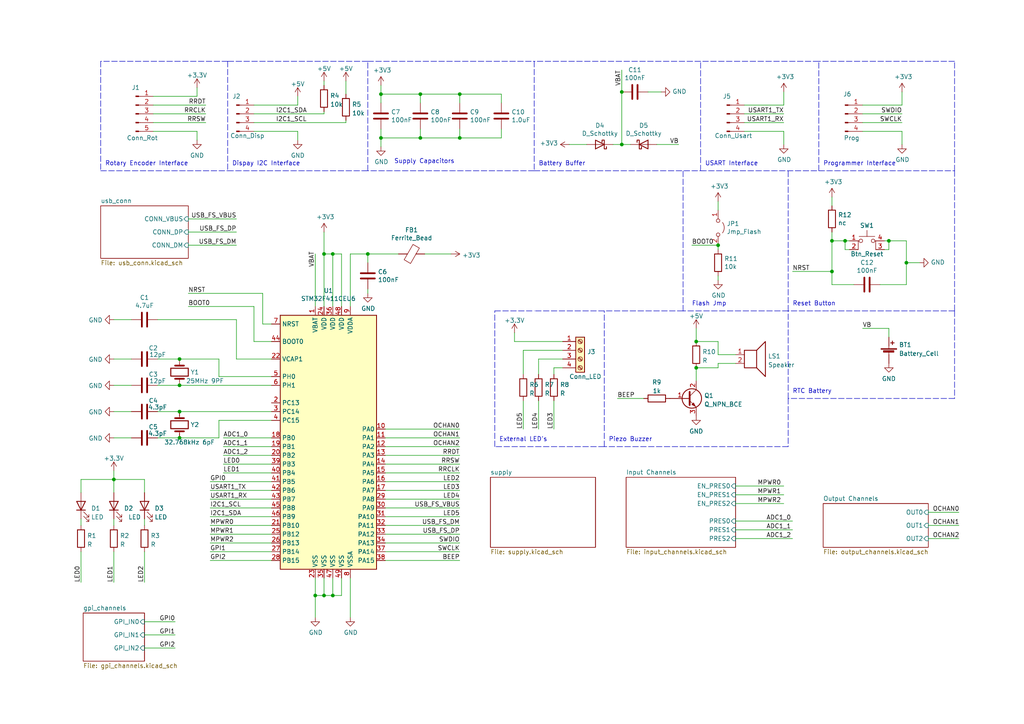
<source format=kicad_sch>
(kicad_sch (version 20211123) (generator eeschema)
  (paper "A4")
  (title_block (title "FloatPUMP Schematics") (date "2022-11-11") (rev "1.0") (company "robtor.de") (comment 1 "Controller board for up to 3 water pumps") (comment 2 "measuring capabilities with piezoresistive pressure sensors") (comment 3 "sensor input Range 4mA-20mA"))
  (lib_symbols
    (symbol "Connector:Conn_01x04_Male" (pin_names (offset 1.016) hide)
      (property "Reference" "J" (at 0 5.08 0))
      (property "Value" "Conn_01x04_Male" (at 0 -7.62 0))
      (symbol "Conn_01x04_Male_1_1"
        (polyline (pts (xy 1.27 -5.08) (xy 0.8636 -5.08)) (stroke (width 0.1524)))
        (polyline (pts (xy 1.27 -2.54) (xy 0.8636 -2.54)) (stroke (width 0.1524)))
        (polyline (pts (xy 1.27 0) (xy 0.8636 0)) (stroke (width 0.1524)))
        (polyline (pts (xy 1.27 2.54) (xy 0.8636 2.54)) (stroke (width 0.1524)))
        (rectangle (start 0.8636 -4.953) (end 0 -5.207) (stroke (width 0.1524)) (fill (type outline)))
        (rectangle (start 0.8636 -2.413) (end 0 -2.667) (stroke (width 0.1524)) (fill (type outline)))
        (rectangle (start 0.8636 0.127) (end 0 -0.127) (stroke (width 0.1524)) (fill (type outline)))
        (rectangle (start 0.8636 2.667) (end 0 2.413) (stroke (width 0.1524)) (fill (type outline)))
        (pin passive line (at 5.08 2.54 180) (length 3.81) (name "Pin_1") (number "1"))
        (pin passive line (at 5.08 0 180) (length 3.81) (name "Pin_2") (number "2"))
        (pin passive line (at 5.08 -2.54 180) (length 3.81) (name "Pin_3") (number "3"))
        (pin passive line (at 5.08 -5.08 180) (length 3.81) (name "Pin_4") (number "4"))
      )
    )
    (symbol "Connector:Conn_01x05_Male" (pin_names (offset 1.016) hide)
      (property "Reference" "J" (at 0 7.62 0))
      (property "Value" "Conn_01x05_Male" (at 0 -7.62 0))
      (symbol "Conn_01x05_Male_1_1"
        (polyline (pts (xy 1.27 -5.08) (xy 0.8636 -5.08)) (stroke (width 0.1524)))
        (polyline (pts (xy 1.27 -2.54) (xy 0.8636 -2.54)) (stroke (width 0.1524)))
        (polyline (pts (xy 1.27 0) (xy 0.8636 0)) (stroke (width 0.1524)))
        (polyline (pts (xy 1.27 2.54) (xy 0.8636 2.54)) (stroke (width 0.1524)))
        (polyline (pts (xy 1.27 5.08) (xy 0.8636 5.08)) (stroke (width 0.1524)))
        (rectangle (start 0.8636 -4.953) (end 0 -5.207) (stroke (width 0.1524)) (fill (type outline)))
        (rectangle (start 0.8636 -2.413) (end 0 -2.667) (stroke (width 0.1524)) (fill (type outline)))
        (rectangle (start 0.8636 0.127) (end 0 -0.127) (stroke (width 0.1524)) (fill (type outline)))
        (rectangle (start 0.8636 2.667) (end 0 2.413) (stroke (width 0.1524)) (fill (type outline)))
        (rectangle (start 0.8636 5.207) (end 0 4.953) (stroke (width 0.1524)) (fill (type outline)))
        (pin passive line (at 5.08 5.08 180) (length 3.81) (name "Pin_1") (number "1"))
        (pin passive line (at 5.08 2.54 180) (length 3.81) (name "Pin_2") (number "2"))
        (pin passive line (at 5.08 0 180) (length 3.81) (name "Pin_3") (number "3"))
        (pin passive line (at 5.08 -2.54 180) (length 3.81) (name "Pin_4") (number "4"))
        (pin passive line (at 5.08 -5.08 180) (length 3.81) (name "Pin_5") (number "5"))
      )
    )
    (symbol "Connector:Screw_Terminal_01x04" (pin_names (offset 1.016) hide)
      (property "Reference" "J" (at 0 5.08 0))
      (property "Value" "Screw_Terminal_01x04" (at 0 -7.62 0))
      (symbol "Screw_Terminal_01x04_1_1"
        (rectangle (start -1.27 3.81) (end 1.27 -6.35) (stroke (width 0.254)) (fill (type background)))
        (circle (center 0 -5.08) (radius 0.635) (stroke (width 0.1524)))
        (circle (center 0 -2.54) (radius 0.635) (stroke (width 0.1524)))
        (polyline (pts (xy -0.5334 -4.7498) (xy 0.3302 -5.588)) (stroke (width 0.1524)))
        (polyline (pts (xy -0.5334 -2.2098) (xy 0.3302 -3.048)) (stroke (width 0.1524)))
        (polyline (pts (xy -0.5334 0.3302) (xy 0.3302 -0.508)) (stroke (width 0.1524)))
        (polyline (pts (xy -0.5334 2.8702) (xy 0.3302 2.032)) (stroke (width 0.1524)))
        (polyline (pts (xy -0.3556 -4.572) (xy 0.508 -5.4102)) (stroke (width 0.1524)))
        (polyline (pts (xy -0.3556 -2.032) (xy 0.508 -2.8702)) (stroke (width 0.1524)))
        (polyline (pts (xy -0.3556 0.508) (xy 0.508 -0.3302)) (stroke (width 0.1524)))
        (polyline (pts (xy -0.3556 3.048) (xy 0.508 2.2098)) (stroke (width 0.1524)))
        (circle (center 0 0) (radius 0.635) (stroke (width 0.1524)))
        (circle (center 0 2.54) (radius 0.635) (stroke (width 0.1524)))
        (pin passive line (at -5.08 2.54 0) (length 3.81) (name "Pin_1") (number "1"))
        (pin passive line (at -5.08 0 0) (length 3.81) (name "Pin_2") (number "2"))
        (pin passive line (at -5.08 -2.54 0) (length 3.81) (name "Pin_3") (number "3"))
        (pin passive line (at -5.08 -5.08 0) (length 3.81) (name "Pin_4") (number "4"))
      )
    )
    (symbol "Device:Battery_Cell" (pin_numbers hide) (pin_names (offset 0) hide)
      (property "Reference" "BT" (at 2.54 2.54 0))
      (property "Value" "Battery_Cell" (at 2.54 0 0))
      (symbol "Battery_Cell_0_1"
        (rectangle (start -2.286 1.778) (end 2.286 1.524) (fill (type outline)))
        (rectangle (start -1.5748 1.1938) (end 1.4732 0.6858) (fill (type outline)))
        (polyline (pts (xy 0 0.762) (xy 0 0)))
        (polyline (pts (xy 0 1.778) (xy 0 2.54)))
        (polyline (pts (xy 0.508 3.429) (xy 1.524 3.429)) (stroke (width 0.254)))
        (polyline (pts (xy 1.016 3.937) (xy 1.016 2.921)) (stroke (width 0.254)))
      )
      (symbol "Battery_Cell_1_1"
        (pin passive line (at 0 5.08 270) (length 2.54) (name "+") (number "1"))
        (pin passive line (at 0 -2.54 90) (length 2.54) (name "-") (number "2"))
      )
    )
    (symbol "Device:C" (pin_numbers hide) (pin_names (offset 0.254))
      (property "Reference" "C" (at 0.635 2.54 0))
      (property "Value" "C" (at 0.635 -2.54 0))
      (symbol "C_0_1"
        (polyline (pts (xy -2.032 -0.762) (xy 2.032 -0.762)) (stroke (width 0.508)))
        (polyline (pts (xy -2.032 0.762) (xy 2.032 0.762)) (stroke (width 0.508)))
      )
      (symbol "C_1_1"
        (pin passive line (at 0 3.81 270) (length 2.794) (name "~") (number "1"))
        (pin passive line (at 0 -3.81 90) (length 2.794) (name "~") (number "2"))
      )
    )
    (symbol "Device:Crystal" (pin_numbers hide) (pin_names (offset 1.016) hide)
      (property "Reference" "Y" (at 0 3.81 0))
      (property "Value" "Crystal" (at 0 -3.81 0))
      (symbol "Crystal_0_1"
        (rectangle (start -1.143 2.54) (end 1.143 -2.54) (stroke (width 0.3048)))
        (polyline (pts (xy -2.54 0) (xy -1.905 0)))
        (polyline (pts (xy -1.905 -1.27) (xy -1.905 1.27)) (stroke (width 0.508)))
        (polyline (pts (xy 1.905 -1.27) (xy 1.905 1.27)) (stroke (width 0.508)))
        (polyline (pts (xy 2.54 0) (xy 1.905 0)))
      )
      (symbol "Crystal_1_1"
        (pin passive line (at -3.81 0 0) (length 1.27) (name "1") (number "1"))
        (pin passive line (at 3.81 0 180) (length 1.27) (name "2") (number "2"))
      )
    )
    (symbol "Device:D_Schottky" (pin_numbers hide) (pin_names (offset 1.016) hide)
      (property "Reference" "D" (at 0 2.54 0))
      (property "Value" "D_Schottky" (at 0 -2.54 0))
      (symbol "D_Schottky_0_1"
        (polyline (pts (xy 1.27 0) (xy -1.27 0)))
        (polyline (pts (xy 1.27 1.27) (xy 1.27 -1.27) (xy -1.27 0) (xy 1.27 1.27)) (stroke (width 0.254)))
        (polyline (pts (xy -1.905 0.635) (xy -1.905 1.27) (xy -1.27 1.27) (xy -1.27 -1.27) (xy -0.635 -1.27) (xy -0.635 -0.635)) (stroke (width 0.254)))
      )
      (symbol "D_Schottky_1_1"
        (pin passive line (at -3.81 0 0) (length 2.54) (name "K") (number "1"))
        (pin passive line (at 3.81 0 180) (length 2.54) (name "A") (number "2"))
      )
    )
    (symbol "Device:LED" (pin_numbers hide) (pin_names (offset 1.016) hide)
      (property "Reference" "D" (at 0 2.54 0))
      (property "Value" "LED" (at 0 -2.54 0))
      (symbol "LED_0_1"
        (polyline (pts (xy -1.27 -1.27) (xy -1.27 1.27)) (stroke (width 0.254)))
        (polyline (pts (xy -1.27 0) (xy 1.27 0)))
        (polyline (pts (xy 1.27 -1.27) (xy 1.27 1.27) (xy -1.27 0) (xy 1.27 -1.27)) (stroke (width 0.254)))
        (polyline (pts (xy -3.048 -0.762) (xy -4.572 -2.286) (xy -3.81 -2.286) (xy -4.572 -2.286) (xy -4.572 -1.524)))
        (polyline (pts (xy -1.778 -0.762) (xy -3.302 -2.286) (xy -2.54 -2.286) (xy -3.302 -2.286) (xy -3.302 -1.524)))
      )
      (symbol "LED_1_1"
        (pin passive line (at -3.81 0 0) (length 2.54) (name "K") (number "1"))
        (pin passive line (at 3.81 0 180) (length 2.54) (name "A") (number "2"))
      )
    )
    (symbol "Device:Q_NPN_BCE" (pin_names (offset 0) hide)
      (property "Reference" "Q" (at 5.08 1.27 0))
      (property "Value" "Q_NPN_BCE" (at 5.08 -1.27 0))
      (symbol "Q_NPN_BCE_0_1"
        (polyline (pts (xy 0.635 0.635) (xy 2.54 2.54)))
        (polyline (pts (xy 0.635 -0.635) (xy 2.54 -2.54) (xy 2.54 -2.54)))
        (polyline (pts (xy 0.635 1.905) (xy 0.635 -1.905) (xy 0.635 -1.905)) (stroke (width 0.508)))
        (polyline (pts (xy 1.27 -1.778) (xy 1.778 -1.27) (xy 2.286 -2.286) (xy 1.27 -1.778) (xy 1.27 -1.778)) (fill (type outline)))
        (circle (center 1.27 0) (radius 2.8194) (stroke (width 0.254)))
      )
      (symbol "Q_NPN_BCE_1_1"
        (pin input line (at -5.08 0 0) (length 5.715) (name "B") (number "1"))
        (pin passive line (at 2.54 5.08 270) (length 2.54) (name "C") (number "2"))
        (pin passive line (at 2.54 -5.08 90) (length 2.54) (name "E") (number "3"))
      )
    )
    (symbol "Device:R" (pin_numbers hide) (pin_names (offset 0))
      (property "Reference" "R" (at 2.032 0 90))
      (property "Value" "R" (at 0 0 90))
      (symbol "R_0_1"
        (rectangle (start -1.016 -2.54) (end 1.016 2.54) (stroke (width 0.254)))
      )
      (symbol "R_1_1"
        (pin passive line (at 0 3.81 270) (length 1.27) (name "~") (number "1"))
        (pin passive line (at 0 -3.81 90) (length 1.27) (name "~") (number "2"))
      )
    )
    (symbol "Device:Speaker" (pin_names (offset 0) hide)
      (property "Reference" "LS" (at 1.27 5.715 0))
      (property "Value" "Speaker" (at 1.27 3.81 0))
      (symbol "Speaker_0_0"
        (rectangle (start -2.54 1.27) (end 1.016 -3.81) (stroke (width 0.254)))
        (polyline (pts (xy 1.016 1.27) (xy 3.556 3.81) (xy 3.556 -6.35) (xy 1.016 -3.81)) (stroke (width 0.254)))
      )
      (symbol "Speaker_1_1"
        (pin input line (at -5.08 0 0) (length 2.54) (name "1") (number "1"))
        (pin input line (at -5.08 -2.54 0) (length 2.54) (name "2") (number "2"))
      )
    )
    (symbol "FloatPUMP-rescue:+3.3V-power" (power) (pin_names (offset 0))
      (property "Value" "+3.3V-power" (at 0 3.556 0))
      (symbol "+3.3V-power_0_1"
        (polyline (pts (xy -0.762 1.27) (xy 0 2.54)))
        (polyline (pts (xy 0 0) (xy 0 2.54)))
        (polyline (pts (xy 0 2.54) (xy 0.762 1.27)))
      )
      (symbol "+3.3V-power_1_1"
        (pin power_in line (at 0 0 90) (length 0) hide (name "+3V3") (number "1"))
      )
    )
    (symbol "FloatPUMP-rescue:Ferrite_Bead-Device" (pin_numbers hide) (pin_names (offset 0))
      (property "Reference" "FB" (at -3.81 0.635 90))
      (property "Value" "Ferrite_Bead-Device" (at 3.81 0 90))
      (symbol "Ferrite_Bead-Device_0_1"
        (polyline (pts (xy 0 -1.27) (xy 0 -1.2192)))
        (polyline (pts (xy 0 1.27) (xy 0 1.2954)))
        (polyline (pts (xy -2.7686 0.4064) (xy -1.7018 2.2606) (xy 2.7686 -0.3048) (xy 1.6764 -2.159) (xy -2.7686 0.4064)))
      )
      (symbol "Ferrite_Bead-Device_1_1"
        (pin passive line (at 0 3.81 270) (length 2.54) (name "~") (number "1"))
        (pin passive line (at 0 -3.81 90) (length 2.54) (name "~") (number "2"))
      )
    )
    (symbol "Jumper:Jumper_2_Open" (pin_names (offset 0) hide)
      (property "Reference" "JP" (at 0 2.794 0))
      (property "Value" "Jumper_2_Open" (at 0 -2.286 0))
      (symbol "Jumper_2_Open_0_0"
        (circle (center -2.032 0) (radius 0.508))
        (circle (center 2.032 0) (radius 0.508))
      )
      (symbol "Jumper_2_Open_0_1"
        (arc (start 1.524 1.27) (mid 0 1.778) (end -1.524 1.27))
      )
      (symbol "Jumper_2_Open_1_1"
        (pin passive line (at -5.08 0 0) (length 2.54) (name "A") (number "1"))
        (pin passive line (at 5.08 0 180) (length 2.54) (name "B") (number "2"))
      )
    )
    (symbol "MCU_ST_STM32F4:STM32F411CEUx"
      (property "Reference" "U" (at -15.24 36.83 0))
      (property "Value" "STM32F411CEUx" (at 7.62 36.83 0))
      (symbol "STM32F411CEUx_0_1"
        (rectangle (start -15.24 -38.1) (end 12.7 35.56) (stroke (width 0.254)) (fill (type background)))
      )
      (symbol "STM32F411CEUx_1_1"
        (pin power_in line (at -5.08 38.1 270) (length 2.54) (name "VBAT") (number "1"))
        (pin bidirectional line (at 15.24 2.54 180) (length 2.54) (name "PA0") (number "10"))
        (pin bidirectional line (at 15.24 0 180) (length 2.54) (name "PA1") (number "11"))
        (pin bidirectional line (at 15.24 -2.54 180) (length 2.54) (name "PA2") (number "12"))
        (pin bidirectional line (at 15.24 -5.08 180) (length 2.54) (name "PA3") (number "13"))
        (pin bidirectional line (at 15.24 -7.62 180) (length 2.54) (name "PA4") (number "14"))
        (pin bidirectional line (at 15.24 -10.16 180) (length 2.54) (name "PA5") (number "15"))
        (pin bidirectional line (at 15.24 -12.7 180) (length 2.54) (name "PA6") (number "16"))
        (pin bidirectional line (at 15.24 -15.24 180) (length 2.54) (name "PA7") (number "17"))
        (pin bidirectional line (at -17.78 0 0) (length 2.54) (name "PB0") (number "18"))
        (pin bidirectional line (at -17.78 -2.54 0) (length 2.54) (name "PB1") (number "19"))
        (pin bidirectional line (at -17.78 10.16 0) (length 2.54) (name "PC13") (number "2"))
        (pin bidirectional line (at -17.78 -5.08 0) (length 2.54) (name "PB2") (number "20"))
        (pin bidirectional line (at -17.78 -25.4 0) (length 2.54) (name "PB10") (number "21"))
        (pin power_in line (at -17.78 22.86 0) (length 2.54) (name "VCAP1") (number "22"))
        (pin power_in line (at -5.08 -40.64 90) (length 2.54) (name "VSS") (number "23"))
        (pin power_in line (at -2.54 38.1 270) (length 2.54) (name "VDD") (number "24"))
        (pin bidirectional line (at -17.78 -27.94 0) (length 2.54) (name "PB12") (number "25"))
        (pin bidirectional line (at -17.78 -30.48 0) (length 2.54) (name "PB13") (number "26"))
        (pin bidirectional line (at -17.78 -33.02 0) (length 2.54) (name "PB14") (number "27"))
        (pin bidirectional line (at -17.78 -35.56 0) (length 2.54) (name "PB15") (number "28"))
        (pin bidirectional line (at 15.24 -17.78 180) (length 2.54) (name "PA8") (number "29"))
        (pin bidirectional line (at -17.78 7.62 0) (length 2.54) (name "PC14") (number "3"))
        (pin bidirectional line (at 15.24 -20.32 180) (length 2.54) (name "PA9") (number "30"))
        (pin bidirectional line (at 15.24 -22.86 180) (length 2.54) (name "PA10") (number "31"))
        (pin bidirectional line (at 15.24 -25.4 180) (length 2.54) (name "PA11") (number "32"))
        (pin bidirectional line (at 15.24 -27.94 180) (length 2.54) (name "PA12") (number "33"))
        (pin bidirectional line (at 15.24 -30.48 180) (length 2.54) (name "PA13") (number "34"))
        (pin power_in line (at -2.54 -40.64 90) (length 2.54) (name "VSS") (number "35"))
        (pin power_in line (at 0 38.1 270) (length 2.54) (name "VDD") (number "36"))
        (pin bidirectional line (at 15.24 -33.02 180) (length 2.54) (name "PA14") (number "37"))
        (pin bidirectional line (at 15.24 -35.56 180) (length 2.54) (name "PA15") (number "38"))
        (pin bidirectional line (at -17.78 -7.62 0) (length 2.54) (name "PB3") (number "39"))
        (pin bidirectional line (at -17.78 5.08 0) (length 2.54) (name "PC15") (number "4"))
        (pin bidirectional line (at -17.78 -10.16 0) (length 2.54) (name "PB4") (number "40"))
        (pin bidirectional line (at -17.78 -12.7 0) (length 2.54) (name "PB5") (number "41"))
        (pin bidirectional line (at -17.78 -15.24 0) (length 2.54) (name "PB6") (number "42"))
        (pin bidirectional line (at -17.78 -17.78 0) (length 2.54) (name "PB7") (number "43"))
        (pin input line (at -17.78 27.94 0) (length 2.54) (name "BOOT0") (number "44"))
        (pin bidirectional line (at -17.78 -20.32 0) (length 2.54) (name "PB8") (number "45"))
        (pin bidirectional line (at -17.78 -22.86 0) (length 2.54) (name "PB9") (number "46"))
        (pin power_in line (at 0 -40.64 90) (length 2.54) (name "VSS") (number "47"))
        (pin power_in line (at 2.54 38.1 270) (length 2.54) (name "VDD") (number "48"))
        (pin power_in line (at 2.54 -40.64 90) (length 2.54) (name "VSS") (number "49"))
        (pin input line (at -17.78 17.78 0) (length 2.54) (name "PH0") (number "5"))
        (pin input line (at -17.78 15.24 0) (length 2.54) (name "PH1") (number "6"))
        (pin input line (at -17.78 33.02 0) (length 2.54) (name "NRST") (number "7"))
        (pin power_in line (at 5.08 -40.64 90) (length 2.54) (name "VSSA") (number "8"))
        (pin power_in line (at 5.08 38.1 270) (length 2.54) (name "VDDA") (number "9"))
      )
    )
    (symbol "Switch:SW_MEC_5E" (pin_names (offset 1.016) hide)
      (property "Reference" "SW" (at 0.635 5.715 0))
      (property "Value" "SW_MEC_5E" (at 0 -3.175 0))
      (symbol "SW_MEC_5E_0_1"
        (circle (center -1.778 2.54) (radius 0.508))
        (polyline (pts (xy -2.286 3.81) (xy 2.286 3.81)))
        (polyline (pts (xy 0 3.81) (xy 0 5.588)))
        (polyline (pts (xy -2.54 0) (xy -2.54 2.54) (xy -2.286 2.54)))
        (polyline (pts (xy 2.54 0) (xy 2.54 2.54) (xy 2.286 2.54)))
        (circle (center 1.778 2.54) (radius 0.508))
        (pin passive line (at -5.08 2.54 0) (length 2.54) (name "1") (number "1"))
        (pin passive line (at -5.08 0 0) (length 2.54) (name "2") (number "2"))
        (pin passive line (at 5.08 0 180) (length 2.54) (name "K") (number "3"))
        (pin passive line (at 5.08 2.54 180) (length 2.54) (name "A") (number "4"))
      )
    )
    (symbol "power:+3.3V" (power) (pin_names (offset 0))
      (property "Value" "+3.3V" (at 0 3.556 0))
      (symbol "+3.3V_0_1"
        (polyline (pts (xy -0.762 1.27) (xy 0 2.54)))
        (polyline (pts (xy 0 0) (xy 0 2.54)))
        (polyline (pts (xy 0 2.54) (xy 0.762 1.27)))
      )
      (symbol "+3.3V_1_1"
        (pin power_in line (at 0 0 90) (length 0) hide (name "+3.3V") (number "1"))
      )
    )
    (symbol "power:+5V" (power) (pin_names (offset 0))
      (property "Value" "+5V" (at 0 3.556 0))
      (symbol "+5V_0_1"
        (polyline (pts (xy -0.762 1.27) (xy 0 2.54)))
        (polyline (pts (xy 0 0) (xy 0 2.54)))
        (polyline (pts (xy 0 2.54) (xy 0.762 1.27)))
      )
      (symbol "+5V_1_1"
        (pin power_in line (at 0 0 90) (length 0) hide (name "+5V") (number "1"))
      )
    )
    (symbol "power:GND" (power) (pin_names (offset 0))
      (property "Value" "GND" (at 0 -3.81 0))
      (symbol "GND_0_1"
        (polyline (pts (xy 0 0) (xy 0 -1.27) (xy 1.27 -1.27) (xy 0 -2.54) (xy -1.27 -1.27) (xy 0 -1.27)))
      )
      (symbol "GND_1_1"
        (pin power_in line (at 0 0 270) (length 0) hide (name "GND") (number "1"))
      )
    )
  )
  (junction (at 91.44 172.72))
  (junction (at 96.52 73.66))
  (junction (at 133.35 27.305))
  (junction (at 121.92 40.005))
  (junction (at 121.92 27.305))
  (junction (at 96.52 172.72))
  (junction (at 52.07 127))
  (junction (at 110.49 40.005))
  (junction (at 241.3 78.74))
  (junction (at 180.34 41.91))
  (junction (at 262.89 76.2))
  (junction (at 133.35 40.005))
  (junction (at 52.07 104.14))
  (junction (at 257.81 69.85))
  (junction (at 52.07 119.38))
  (junction (at 33.02 139.065))
  (junction (at 52.07 111.76))
  (junction (at 245.11 69.85))
  (junction (at 201.93 106.68))
  (junction (at 180.34 26.67))
  (junction (at 106.68 73.66))
  (junction (at 208.28 71.12))
  (junction (at 110.49 27.305))
  (junction (at 93.98 73.66))
  (junction (at 201.93 99.06))
  (junction (at 93.98 172.72))
  (junction (at 241.3 69.85))
  (wire (pts (xy 64.77 129.54) (xy 78.74 129.54)))
  (polyline (pts (xy 175.26 129.54) (xy 175.26 90.17)))
  (wire (pts (xy 38.1 119.38) (xy 33.02 119.38)))
  (wire (pts (xy 73.66 99.06) (xy 73.66 88.9)))
  (wire (pts (xy 255.27 82.55) (xy 262.89 82.55)))
  (wire (pts (xy 99.06 73.66) (xy 96.52 73.66)))
  (wire (pts (xy 121.92 27.305) (xy 121.92 29.845)))
  (wire (pts (xy 110.49 27.305) (xy 110.49 29.845)))
  (wire (pts (xy 93.98 33.02) (xy 93.98 32.385)))
  (wire (pts (xy 52.07 104.14) (xy 45.72 104.14)))
  (wire (pts (xy 78.74 119.38) (xy 52.07 119.38)))
  (wire (pts (xy 149.225 99.06) (xy 163.195 99.06)))
  (polyline (pts (xy 106.68 49.53) (xy 106.68 17.78)))
  (wire (pts (xy 78.74 132.08) (xy 64.77 132.08)))
  (wire (pts (xy 93.98 172.72) (xy 91.44 172.72)))
  (polyline (pts (xy 228.6 115.57) (xy 228.6 129.54)))
  (polyline (pts (xy 228.6 90.17) (xy 198.12 90.17)))
  (wire (pts (xy 60.96 149.86) (xy 78.74 149.86)))
  (wire (pts (xy 106.68 83.82) (xy 106.68 85.09)))
  (wire (pts (xy 41.91 142.875) (xy 41.91 139.065)))
  (wire (pts (xy 208.28 80.01) (xy 208.28 81.28)))
  (wire (pts (xy 111.76 127) (xy 133.35 127)))
  (wire (pts (xy 111.76 157.48) (xy 133.35 157.48)))
  (wire (pts (xy 100.33 23.495) (xy 100.33 27.305)))
  (wire (pts (xy 215.9 35.56) (xy 227.33 35.56)))
  (wire (pts (xy 241.3 69.85) (xy 241.3 78.74)))
  (wire (pts (xy 96.52 167.64) (xy 96.52 172.72)))
  (wire (pts (xy 241.3 78.74) (xy 229.87 78.74)))
  (wire (pts (xy 208.28 99.06) (xy 208.28 102.87)))
  (wire (pts (xy 163.195 101.6) (xy 151.765 101.6)))
  (wire (pts (xy 133.35 40.005) (xy 145.415 40.005)))
  (wire (pts (xy 44.45 27.94) (xy 57.15 27.94)))
  (wire (pts (xy 41.91 187.96) (xy 50.8 187.96)))
  (wire (pts (xy 256.54 72.39) (xy 257.81 72.39)))
  (wire (pts (xy 111.76 160.02) (xy 133.35 160.02)))
  (wire (pts (xy 52.07 111.76) (xy 45.72 111.76)))
  (wire (pts (xy 111.76 147.32) (xy 133.35 147.32)))
  (polyline (pts (xy 66.04 17.78) (xy 29.21 17.78)))
  (polyline (pts (xy 66.04 49.53) (xy 106.68 49.53)))
  (wire (pts (xy 250.19 33.02) (xy 261.62 33.02)))
  (wire (pts (xy 156.21 116.205) (xy 156.21 124.46)))
  (wire (pts (xy 33.02 111.76) (xy 38.1 111.76)))
  (wire (pts (xy 23.495 142.875) (xy 23.495 139.065)))
  (wire (pts (xy 133.35 27.305) (xy 121.92 27.305)))
  (wire (pts (xy 201.93 99.06) (xy 208.28 99.06)))
  (polyline (pts (xy 154.94 49.53) (xy 106.68 49.53)))
  (wire (pts (xy 133.35 37.465) (xy 133.35 40.005)))
  (wire (pts (xy 78.74 144.78) (xy 60.96 144.78)))
  (polyline (pts (xy 143.51 90.17) (xy 154.94 90.17)))
  (wire (pts (xy 78.74 139.7) (xy 60.96 139.7)))
  (wire (pts (xy 123.19 73.66) (xy 130.81 73.66)))
  (wire (pts (xy 160.655 106.68) (xy 160.655 108.585)))
  (wire (pts (xy 246.38 72.39) (xy 245.11 72.39)))
  (wire (pts (xy 250.19 30.48) (xy 261.62 30.48)))
  (wire (pts (xy 111.76 124.46) (xy 133.35 124.46)))
  (wire (pts (xy 151.765 116.205) (xy 151.765 124.46)))
  (wire (pts (xy 257.81 69.85) (xy 262.89 69.85)))
  (wire (pts (xy 250.19 95.25) (xy 257.81 95.25)))
  (wire (pts (xy 247.65 82.55) (xy 241.3 82.55)))
  (wire (pts (xy 45.72 92.71) (xy 68.58 92.71)))
  (wire (pts (xy 111.76 129.54) (xy 133.35 129.54)))
  (wire (pts (xy 33.02 160.02) (xy 33.02 168.91)))
  (polyline (pts (xy 29.21 17.78) (xy 29.21 49.53)))
  (wire (pts (xy 99.06 167.64) (xy 99.06 172.72)))
  (wire (pts (xy 213.36 140.97) (xy 227.33 140.97)))
  (wire (pts (xy 111.76 137.16) (xy 133.35 137.16)))
  (wire (pts (xy 68.58 104.14) (xy 78.74 104.14)))
  (wire (pts (xy 96.52 88.9) (xy 96.52 73.66)))
  (wire (pts (xy 180.34 26.67) (xy 180.34 20.32)))
  (wire (pts (xy 269.24 152.4) (xy 278.13 152.4)))
  (wire (pts (xy 208.28 58.42) (xy 208.28 60.96)))
  (polyline (pts (xy 276.86 49.53) (xy 276.86 17.78)))
  (polyline (pts (xy 154.94 49.53) (xy 203.2 49.53)))
  (wire (pts (xy 52.07 119.38) (xy 45.72 119.38)))
  (wire (pts (xy 23.495 160.02) (xy 23.495 168.91)))
  (wire (pts (xy 208.28 71.12) (xy 200.66 71.12)))
  (wire (pts (xy 38.1 104.14) (xy 33.02 104.14)))
  (wire (pts (xy 227.33 38.1) (xy 227.33 41.91)))
  (wire (pts (xy 156.21 104.14) (xy 156.21 108.585)))
  (wire (pts (xy 111.76 142.24) (xy 133.35 142.24)))
  (polyline (pts (xy 175.26 129.54) (xy 143.51 129.54)))
  (wire (pts (xy 64.77 137.16) (xy 78.74 137.16)))
  (polyline (pts (xy 106.68 17.78) (xy 154.94 17.78)))
  (wire (pts (xy 262.89 69.85) (xy 262.89 76.2)))
  (wire (pts (xy 163.195 106.68) (xy 160.655 106.68)))
  (wire (pts (xy 213.36 151.13) (xy 229.87 151.13)))
  (wire (pts (xy 111.76 134.62) (xy 133.35 134.62)))
  (wire (pts (xy 145.415 37.465) (xy 145.415 40.005)))
  (wire (pts (xy 76.2 93.98) (xy 76.2 85.09)))
  (wire (pts (xy 227.33 30.48) (xy 227.33 26.67)))
  (wire (pts (xy 241.3 57.15) (xy 241.3 59.69)))
  (wire (pts (xy 151.765 101.6) (xy 151.765 108.585)))
  (polyline (pts (xy 106.68 17.78) (xy 66.04 17.78)))
  (wire (pts (xy 121.92 27.305) (xy 110.49 27.305)))
  (wire (pts (xy 241.3 78.74) (xy 241.3 82.55)))
  (wire (pts (xy 63.5 104.14) (xy 52.07 104.14)))
  (wire (pts (xy 215.9 30.48) (xy 227.33 30.48)))
  (polyline (pts (xy 29.21 49.53) (xy 66.04 49.53)))
  (wire (pts (xy 63.5 109.22) (xy 63.5 104.14)))
  (wire (pts (xy 101.6 88.9) (xy 101.6 73.66)))
  (wire (pts (xy 213.36 156.21) (xy 229.87 156.21)))
  (wire (pts (xy 241.3 69.85) (xy 245.11 69.85)))
  (wire (pts (xy 262.89 76.2) (xy 266.7 76.2)))
  (wire (pts (xy 63.5 121.92) (xy 63.5 127)))
  (wire (pts (xy 64.77 134.62) (xy 78.74 134.62)))
  (wire (pts (xy 111.76 152.4) (xy 133.35 152.4)))
  (wire (pts (xy 201.93 106.68) (xy 201.93 110.49)))
  (wire (pts (xy 201.93 95.25) (xy 201.93 99.06)))
  (wire (pts (xy 121.92 37.465) (xy 121.92 40.005)))
  (wire (pts (xy 145.415 29.845) (xy 145.415 27.305)))
  (polyline (pts (xy 276.86 17.78) (xy 237.49 17.78)))
  (wire (pts (xy 78.74 111.76) (xy 52.07 111.76)))
  (wire (pts (xy 110.49 37.465) (xy 110.49 40.005)))
  (wire (pts (xy 111.76 132.08) (xy 133.35 132.08)))
  (wire (pts (xy 201.93 106.68) (xy 208.28 106.68)))
  (wire (pts (xy 241.3 67.31) (xy 241.3 69.85)))
  (wire (pts (xy 215.9 38.1) (xy 227.33 38.1)))
  (wire (pts (xy 121.92 40.005) (xy 110.49 40.005)))
  (wire (pts (xy 93.98 88.9) (xy 93.98 73.66)))
  (wire (pts (xy 213.36 153.67) (xy 229.87 153.67)))
  (wire (pts (xy 23.495 139.065) (xy 33.02 139.065)))
  (wire (pts (xy 261.62 30.48) (xy 261.62 26.67)))
  (wire (pts (xy 182.88 41.91) (xy 180.34 41.91)))
  (wire (pts (xy 73.66 88.9) (xy 54.61 88.9)))
  (wire (pts (xy 99.06 172.72) (xy 96.52 172.72)))
  (wire (pts (xy 68.58 92.71) (xy 68.58 104.14)))
  (wire (pts (xy 96.52 172.72) (xy 93.98 172.72)))
  (wire (pts (xy 180.34 41.91) (xy 177.8 41.91)))
  (wire (pts (xy 179.07 115.57) (xy 186.69 115.57)))
  (wire (pts (xy 133.35 40.005) (xy 121.92 40.005)))
  (wire (pts (xy 160.655 116.205) (xy 160.655 124.46)))
  (wire (pts (xy 41.91 184.15) (xy 50.8 184.15)))
  (wire (pts (xy 78.74 109.22) (xy 63.5 109.22)))
  (wire (pts (xy 111.76 139.7) (xy 133.35 139.7)))
  (polyline (pts (xy 154.94 17.78) (xy 154.94 49.53)))
  (wire (pts (xy 73.66 38.1) (xy 86.36 38.1)))
  (wire (pts (xy 245.11 72.39) (xy 245.11 69.85)))
  (polyline (pts (xy 237.49 17.78) (xy 203.2 17.78)))
  (wire (pts (xy 86.36 38.1) (xy 86.36 40.64)))
  (wire (pts (xy 91.44 172.72) (xy 91.44 167.64)))
  (wire (pts (xy 76.2 85.09) (xy 54.61 85.09)))
  (wire (pts (xy 111.76 149.86) (xy 133.35 149.86)))
  (polyline (pts (xy 237.49 49.53) (xy 237.49 17.78)))
  (wire (pts (xy 78.74 154.94) (xy 60.96 154.94)))
  (wire (pts (xy 44.45 33.02) (xy 59.69 33.02)))
  (wire (pts (xy 269.24 156.21) (xy 278.13 156.21)))
  (wire (pts (xy 38.1 92.71) (xy 33.02 92.71)))
  (wire (pts (xy 33.02 127) (xy 38.1 127)))
  (wire (pts (xy 93.98 73.66) (xy 93.98 67.31)))
  (wire (pts (xy 93.98 167.64) (xy 93.98 172.72)))
  (wire (pts (xy 86.36 27.94) (xy 86.36 30.48)))
  (wire (pts (xy 106.68 76.2) (xy 106.68 73.66)))
  (wire (pts (xy 149.225 96.52) (xy 149.225 99.06)))
  (wire (pts (xy 78.74 162.56) (xy 60.96 162.56)))
  (wire (pts (xy 215.9 33.02) (xy 227.33 33.02)))
  (wire (pts (xy 163.195 104.14) (xy 156.21 104.14)))
  (wire (pts (xy 133.35 29.845) (xy 133.35 27.305)))
  (polyline (pts (xy 198.12 90.17) (xy 198.12 49.53)))
  (wire (pts (xy 262.89 76.2) (xy 262.89 82.55)))
  (polyline (pts (xy 276.86 49.53) (xy 276.86 90.17)))
  (wire (pts (xy 54.61 71.12) (xy 68.58 71.12)))
  (wire (pts (xy 257.81 72.39) (xy 257.81 69.85)))
  (wire (pts (xy 78.74 93.98) (xy 76.2 93.98)))
  (wire (pts (xy 257.81 97.79) (xy 257.81 95.25)))
  (wire (pts (xy 73.66 30.48) (xy 86.36 30.48)))
  (wire (pts (xy 63.5 127) (xy 52.07 127)))
  (wire (pts (xy 180.34 41.91) (xy 180.34 26.67)))
  (wire (pts (xy 57.15 38.1) (xy 57.15 40.64)))
  (polyline (pts (xy 228.6 90.17) (xy 228.6 49.53)))
  (wire (pts (xy 100.33 35.56) (xy 100.33 34.925)))
  (wire (pts (xy 256.54 69.85) (xy 257.81 69.85)))
  (polyline (pts (xy 228.6 115.57) (xy 228.6 90.17)))
  (wire (pts (xy 250.19 35.56) (xy 261.62 35.56)))
  (wire (pts (xy 60.96 160.02) (xy 78.74 160.02)))
  (polyline (pts (xy 198.12 90.17) (xy 154.94 90.17)))
  (polyline (pts (xy 276.86 90.17) (xy 228.6 90.17)))
  (wire (pts (xy 111.76 154.94) (xy 133.35 154.94)))
  (polyline (pts (xy 66.04 17.78) (xy 66.04 49.53)))
  (polyline (pts (xy 228.6 129.54) (xy 175.26 129.54)))
  (wire (pts (xy 91.44 88.9) (xy 91.44 73.66)))
  (wire (pts (xy 96.52 73.66) (xy 93.98 73.66)))
  (wire (pts (xy 41.91 150.495) (xy 41.91 152.4)))
  (wire (pts (xy 250.19 38.1) (xy 261.62 38.1)))
  (wire (pts (xy 110.49 27.305) (xy 110.49 24.765)))
  (wire (pts (xy 99.06 88.9) (xy 99.06 73.66)))
  (wire (pts (xy 208.28 72.39) (xy 208.28 71.12)))
  (wire (pts (xy 110.49 40.005) (xy 110.49 42.545)))
  (polyline (pts (xy 203.2 49.53) (xy 237.49 49.53)))
  (wire (pts (xy 111.76 162.56) (xy 133.35 162.56)))
  (wire (pts (xy 44.45 38.1) (xy 57.15 38.1)))
  (wire (pts (xy 93.98 23.495) (xy 93.98 24.765)))
  (wire (pts (xy 261.62 38.1) (xy 261.62 41.91)))
  (wire (pts (xy 60.96 142.24) (xy 78.74 142.24)))
  (wire (pts (xy 245.11 69.85) (xy 246.38 69.85)))
  (wire (pts (xy 91.44 172.72) (xy 91.44 179.07)))
  (wire (pts (xy 78.74 121.92) (xy 63.5 121.92)))
  (wire (pts (xy 78.74 99.06) (xy 73.66 99.06)))
  (wire (pts (xy 213.36 143.51) (xy 227.33 143.51)))
  (wire (pts (xy 78.74 127) (xy 64.77 127)))
  (wire (pts (xy 33.02 139.065) (xy 33.02 142.875)))
  (polyline (pts (xy 203.2 17.78) (xy 154.94 17.78)))
  (polyline (pts (xy 276.86 90.17) (xy 276.86 115.57)))
  (wire (pts (xy 190.5 41.91) (xy 196.85 41.91)))
  (wire (pts (xy 191.77 26.67) (xy 187.96 26.67)))
  (wire (pts (xy 106.68 73.66) (xy 115.57 73.66)))
  (wire (pts (xy 73.66 33.02) (xy 93.98 33.02)))
  (wire (pts (xy 41.91 180.34) (xy 50.8 180.34)))
  (wire (pts (xy 111.76 144.78) (xy 133.35 144.78)))
  (wire (pts (xy 78.74 157.48) (xy 60.96 157.48)))
  (wire (pts (xy 208.28 105.41) (xy 208.28 106.68)))
  (wire (pts (xy 44.45 30.48) (xy 59.69 30.48)))
  (wire (pts (xy 33.02 139.065) (xy 41.91 139.065)))
  (polyline (pts (xy 143.51 129.54) (xy 143.51 90.17)))
  (wire (pts (xy 73.66 35.56) (xy 100.33 35.56)))
  (wire (pts (xy 52.07 127) (xy 45.72 127)))
  (wire (pts (xy 54.61 63.5) (xy 68.58 63.5)))
  (wire (pts (xy 33.02 136.525) (xy 33.02 139.065)))
  (wire (pts (xy 213.36 105.41) (xy 208.28 105.41)))
  (wire (pts (xy 41.91 160.02) (xy 41.91 168.91)))
  (wire (pts (xy 133.35 27.305) (xy 145.415 27.305)))
  (polyline (pts (xy 203.2 49.53) (xy 203.2 17.78)))
  (wire (pts (xy 269.24 148.59) (xy 278.13 148.59)))
  (wire (pts (xy 57.15 25.4) (xy 57.15 27.94)))
  (wire (pts (xy 54.61 67.31) (xy 68.58 67.31)))
  (wire (pts (xy 101.6 167.64) (xy 101.6 179.07)))
  (wire (pts (xy 208.28 102.87) (xy 213.36 102.87)))
  (wire (pts (xy 165.1 41.91) (xy 170.18 41.91)))
  (wire (pts (xy 44.45 35.56) (xy 59.69 35.56)))
  (wire (pts (xy 23.495 150.495) (xy 23.495 152.4)))
  (wire (pts (xy 60.96 147.32) (xy 78.74 147.32)))
  (polyline (pts (xy 276.86 115.57) (xy 228.6 115.57)))
  (wire (pts (xy 101.6 73.66) (xy 106.68 73.66)))
  (wire (pts (xy 78.74 152.4) (xy 60.96 152.4)))
  (polyline (pts (xy 237.49 49.53) (xy 276.86 49.53)))
  (wire (pts (xy 33.02 150.495) (xy 33.02 152.4)))
  (wire (pts (xy 213.36 146.05) (xy 227.33 146.05)))
  (text "External LED's" (at 144.78 128.27 0) (effects (font (size 1.27 1.27)) (justify left bottom)))
  (text "RTC Battery" (at 229.87 114.3 0) (effects (font (size 1.27 1.27)) (justify left bottom)))
  (text "Dispay I2C Interface" (at 67.31 48.26 0) (effects (font (size 1.27 1.27)) (justify left bottom)))
  (text "Supply Capacitors" (at 114.3 47.625 0) (effects (font (size 1.27 1.27)) (justify left bottom)))
  (text "Programmer Interface" (at 238.76 48.26 0) (effects (font (size 1.27 1.27)) (justify left bottom)))
  (text "USART Interface" (at 204.47 48.26 0) (effects (font (size 1.27 1.27)) (justify left bottom)))
  (text "Flash Jmp" (at 200.66 88.9 0) (effects (font (size 1.27 1.27)) (justify left bottom)))
  (text "Piezo Buzzer" (at 176.53 128.27 0) (effects (font (size 1.27 1.27)) (justify left bottom)))
  (text "Reset Button" (at 229.87 88.9 0) (effects (font (size 1.27 1.27)) (justify left bottom)))
  (text "Rotary Encoder Interface" (at 30.48 48.26 0) (effects (font (size 1.27 1.27)) (justify left bottom)))
  (text "Battery Buffer" (at 156.21 48.26 0) (effects (font (size 1.27 1.27)) (justify left bottom)))
  (label "ADC1_2" (at 64.77 132.08 0))
  (label "VB" (at 196.85 41.91 180))
  (label "SWDIO" (at 261.62 33.02 180))
  (label "NRST" (at 229.87 78.74 0))
  (label "I2C1_SCL" (at 80.01 35.56 0))
  (label "LED1" (at 33.02 168.91 90))
  (label "RRDT" (at 59.69 30.48 180))
  (label "GPI1" (at 50.8 184.15 180))
  (label "USART1_RX" (at 60.96 144.78 0))
  (label "VBAT" (at 91.44 77.47 90))
  (label "SWDIO" (at 133.35 157.48 180))
  (label "GPI2" (at 50.8 187.96 180))
  (label "GPI2" (at 60.96 162.56 0))
  (label "MPWR2" (at 60.96 157.48 0))
  (label "LED3" (at 160.655 124.46 90))
  (label "USB_FS_DM" (at 133.35 152.4 180))
  (label "LED5" (at 151.765 124.46 90))
  (label "LED4" (at 133.35 144.78 180))
  (label "BOOT0" (at 200.66 71.12 0))
  (label "OCHAN2" (at 270.51 156.21 0))
  (label "SWCLK" (at 133.35 160.02 180))
  (label "I2C1_SDA" (at 60.96 149.86 0))
  (label "USART1_TX" (at 60.96 142.24 0))
  (label "RRSW" (at 59.69 35.56 180))
  (label "ADC1_1" (at 222.25 153.67 0))
  (label "I2C1_SCL" (at 60.96 147.32 0))
  (label "LED0" (at 64.77 134.62 0))
  (label "OCHAN1" (at 133.35 127 180))
  (label "USB_FS_VBUS" (at 68.58 63.5 180))
  (label "SWCLK" (at 261.62 35.56 180))
  (label "OCHAN2" (at 133.35 129.54 180))
  (label "USB_FS_DM" (at 68.58 71.12 180))
  (label "RRSW" (at 133.35 134.62 180))
  (label "OCHAN0" (at 270.51 148.59 0))
  (label "ADC1_2" (at 222.25 156.21 0))
  (label "USART1_RX" (at 227.33 35.56 180))
  (label "MPWR2" (at 219.71 146.05 0))
  (label "BEEP" (at 133.35 162.56 180))
  (label "NRST" (at 54.61 85.09 0))
  (label "GPI0" (at 60.96 139.7 0))
  (label "LED2" (at 41.91 168.91 90))
  (label "RRCLK" (at 133.35 137.16 180))
  (label "LED3" (at 133.35 142.24 180))
  (label "LED1" (at 64.77 137.16 0))
  (label "LED0" (at 23.495 168.91 90))
  (label "OCHAN0" (at 133.35 124.46 180))
  (label "GPI1" (at 60.96 160.02 0))
  (label "OCHAN1" (at 270.51 152.4 0))
  (label "RRCLK" (at 59.69 33.02 180))
  (label "MPWR0" (at 219.71 140.97 0))
  (label "I2C1_SDA" (at 80.01 33.02 0))
  (label "ADC1_1" (at 64.77 129.54 0))
  (label "USB_FS_DP" (at 133.35 154.94 180))
  (label "GPI0" (at 50.8 180.34 180))
  (label "USB_FS_DP" (at 68.58 67.31 180))
  (label "USART1_TX" (at 227.33 33.02 180))
  (label "VB" (at 250.19 95.25 0))
  (label "BEEP" (at 179.07 115.57 0))
  (label "LED4" (at 156.21 124.46 90))
  (label "USB_FS_VBUS" (at 133.35 147.32 180))
  (label "ADC1_0" (at 64.77 127 0))
  (label "MPWR1" (at 60.96 154.94 0))
  (label "LED5" (at 133.35 149.86 180))
  (label "BOOT0" (at 54.61 88.9 0))
  (label "RRDT" (at 133.35 132.08 180))
  (label "MPWR1" (at 219.71 143.51 0))
  (label "ADC1_0" (at 222.25 151.13 0))
  (label "VBAT" (at 180.34 20.32 270))
  (label "MPWR0" (at 60.96 152.4 0))
  (label "LED2" (at 133.35 139.7 180))
  (symbol (lib_id "MCU_ST_STM32F4:STM32F411CEUx") (at 96.52 127 0) (unit 1)
    (property "Reference" "U1" (at 95.25 84.3026 0))
    (property "Value" "STM32F411CEU6" (at 95.25 86.614 0))
    (property "Footprint" "Package_DFN_QFN:QFN-48-1EP_7x7mm_P0.5mm_EP5.6x5.6mm" (effects hide))
    (property "Datasheet" "http://www.st.com/st-web-ui/static/active/en/resource/technical/document/datasheet/DM00115249.pdf" (effects hide))
  )
  (symbol (lib_id "Device:Crystal") (at 52.07 107.95 270) (unit 1)
    (property "Reference" "Y1" (at 55.245 107.95 90) (effects (justify left)))
    (property "Value" "25MHz 9PF" (at 53.975 110.49 90) (effects (justify left)))
  )
  (symbol (lib_id "Device:C") (at 41.91 104.14 270) (unit 1)
    (property "Reference" "C2" (at 44.45 100.965 90))
    (property "Value" "12pF" (at 45.72 102.87 90))
  )
  (symbol (lib_id "Device:C") (at 41.91 111.76 270) (unit 1)
    (property "Reference" "C3" (at 44.45 108.585 90))
    (property "Value" "12pF" (at 45.72 110.49 90))
  )
  (symbol (lib_id "Device:Crystal") (at 52.07 123.19 270) (unit 1)
    (property "Reference" "Y2" (at 55.245 123.19 90) (effects (justify left)))
    (property "Value" "32.768kHz 6pF" (at 47.625 128.27 90) (effects (justify left)))
  )
  (symbol (lib_id "Device:C") (at 41.91 119.38 270) (unit 1)
    (property "Reference" "C4" (at 44.45 116.205 90))
    (property "Value" "4.3pF" (at 45.72 118.11 90))
  )
  (symbol (lib_id "Device:C") (at 41.91 127 270) (unit 1)
    (property "Reference" "C5" (at 44.45 123.825 90))
    (property "Value" "4.3pF" (at 45.72 125.73 90))
  )
  (symbol (lib_id "power:GND") (at 33.02 104.14 270) (unit 1)
    (property "Reference" "#PWR02" (effects hide))
    (property "Value" "GND" (at 29.7688 104.267 90) (effects (justify right)))
  )
  (symbol (lib_id "power:GND") (at 33.02 111.76 270) (unit 1)
    (property "Reference" "#PWR03" (effects hide))
    (property "Value" "GND" (at 29.7688 111.887 90) (effects (justify right)))
  )
  (symbol (lib_id "power:GND") (at 33.02 119.38 270) (unit 1)
    (property "Reference" "#PWR04" (effects hide))
    (property "Value" "GND" (at 29.7688 119.507 90) (effects (justify right)))
  )
  (symbol (lib_id "power:GND") (at 33.02 127 270) (unit 1)
    (property "Reference" "#PWR05" (effects hide))
    (property "Value" "GND" (at 29.7688 127.127 90) (effects (justify right)))
  )
  (symbol (lib_id "Connector:Conn_01x04_Male") (at 245.11 33.02 0) (unit 1)
    (property "Reference" "J6" (at 245.745 27.305 0))
    (property "Value" "Prog" (at 247.015 40.005 0))
  )
  (symbol (lib_id "Device:C") (at 41.91 92.71 270) (unit 1)
    (property "Reference" "C1" (at 41.91 86.3092 90))
    (property "Value" "4.7uF" (at 41.91 88.6206 90))
  )
  (symbol (lib_id "power:GND") (at 33.02 92.71 270) (unit 1)
    (property "Reference" "#PWR01" (effects hide))
    (property "Value" "GND" (at 29.7688 92.837 90) (effects (justify right)))
  )
  (symbol (lib_id "FloatPUMP-rescue:+3.3V-power") (at 261.62 26.67 0) (unit 1)
    (property "Reference" "#PWR033" (effects hide))
    (property "Value" "+3.3V" (at 262.001 22.2758 0))
  )
  (symbol (lib_id "FloatPUMP-rescue:+3.3V-power") (at 93.98 67.31 0) (unit 1)
    (property "Reference" "#PWR013" (effects hide))
    (property "Value" "+3.3V" (at 94.361 62.9158 0))
  )
  (symbol (lib_id "FloatPUMP-rescue:+3.3V-power") (at 130.81 73.66 270) (unit 1)
    (property "Reference" "#PWR019" (effects hide))
    (property "Value" "+3.3V" (at 134.0612 74.041 90) (effects (justify left)))
  )
  (symbol (lib_id "power:GND") (at 106.68 85.09 0) (unit 1)
    (property "Reference" "#PWR016" (effects hide))
    (property "Value" "GND" (at 106.807 89.4842 0))
  )
  (symbol (lib_id "Device:C") (at 106.68 80.01 0) (unit 1)
    (property "Reference" "C6" (at 109.601 78.8416 0) (effects (justify left)))
    (property "Value" "100nF" (at 109.601 81.153 0) (effects (justify left)))
  )
  (symbol (lib_id "Device:C") (at 110.49 33.655 0) (unit 1)
    (property "Reference" "C7" (at 113.411 32.4866 0) (effects (justify left)))
    (property "Value" "100nF" (at 113.411 34.798 0) (effects (justify left)))
  )
  (symbol (lib_id "Device:C") (at 121.92 33.655 0) (unit 1)
    (property "Reference" "C8" (at 124.841 32.4866 0) (effects (justify left)))
    (property "Value" "100nF" (at 124.841 34.798 0) (effects (justify left)))
  )
  (symbol (lib_id "Device:C") (at 133.35 33.655 0) (unit 1)
    (property "Reference" "C9" (at 136.271 32.4866 0) (effects (justify left)))
    (property "Value" "100nF" (at 136.271 34.798 0) (effects (justify left)))
  )
  (symbol (lib_id "power:GND") (at 110.49 42.545 0) (unit 1)
    (property "Reference" "#PWR018" (effects hide))
    (property "Value" "GND" (at 110.617 46.9392 0))
  )
  (symbol (lib_id "FloatPUMP-rescue:+3.3V-power") (at 110.49 24.765 0) (unit 1)
    (property "Reference" "#PWR017" (effects hide))
    (property "Value" "+3.3V" (at 110.871 20.3708 0))
  )
  (symbol (lib_id "power:GND") (at 101.6 179.07 0) (unit 1)
    (property "Reference" "#PWR015" (effects hide))
    (property "Value" "GND" (at 101.727 183.4642 0))
  )
  (symbol (lib_id "power:GND") (at 91.44 179.07 0) (unit 1)
    (property "Reference" "#PWR011" (effects hide))
    (property "Value" "GND" (at 91.567 183.4642 0))
  )
  (symbol (lib_id "Jumper:Jumper_2_Open") (at 208.28 66.04 270) (unit 1)
    (property "Reference" "JP1" (at 210.7692 64.8716 90) (effects (justify left)))
    (property "Value" "Jmp_Flash" (at 210.7692 67.183 90) (effects (justify left)))
  )
  (symbol (lib_id "power:GND") (at 261.62 41.91 0) (unit 1)
    (property "Reference" "#PWR034" (effects hide))
    (property "Value" "GND" (at 261.747 46.3042 0))
  )
  (symbol (lib_id "power:GND") (at 208.28 81.28 0) (unit 1)
    (property "Reference" "#PWR028" (effects hide))
    (property "Value" "GND" (at 208.407 85.6742 0))
  )
  (symbol (lib_id "FloatPUMP-rescue:+3.3V-power") (at 208.28 58.42 0) (unit 1)
    (property "Reference" "#PWR027" (effects hide))
    (property "Value" "+3.3V" (at 208.661 54.0258 0))
  )
  (symbol (lib_id "Device:R") (at 208.28 76.2 0) (unit 1)
    (property "Reference" "R11" (at 210.058 75.0316 0) (effects (justify left)))
    (property "Value" "10k" (at 210.058 77.343 0) (effects (justify left)))
  )
  (symbol (lib_id "Switch:SW_MEC_5E") (at 251.46 72.39 0) (unit 1)
    (property "Reference" "SW1" (at 251.46 65.405 0))
    (property "Value" "Btn_Reset" (at 251.46 73.66 0))
    (property "Datasheet" "http://www.apem.com/int/index.php?controller=attachment&id_attachment=1371" (effects hide))
  )
  (symbol (lib_id "Device:C") (at 251.46 82.55 270) (unit 1)
    (property "Reference" "C12" (at 251.46 76.1492 90))
    (property "Value" "100nF" (at 251.46 78.4606 90))
  )
  (symbol (lib_id "FloatPUMP-rescue:Ferrite_Bead-Device") (at 119.38 73.66 270) (unit 1)
    (property "Reference" "FB1" (at 119.38 66.7004 90))
    (property "Value" "Ferrite_Bead" (at 119.38 69.0118 90))
  )
  (symbol (lib_id "Device:R") (at 241.3 63.5 0) (unit 1)
    (property "Reference" "R12" (at 243.078 62.3316 0) (effects (justify left)))
    (property "Value" "nc" (at 243.078 64.643 0) (effects (justify left)))
  )
  (symbol (lib_id "FloatPUMP-rescue:+3.3V-power") (at 241.3 57.15 0) (unit 1)
    (property "Reference" "#PWR031" (effects hide))
    (property "Value" "+3.3V" (at 241.681 52.7558 0))
  )
  (symbol (lib_id "Device:C") (at 145.415 33.655 0) (unit 1)
    (property "Reference" "C10" (at 148.336 32.4866 0) (effects (justify left)))
    (property "Value" "1.0uF" (at 148.336 34.798 0) (effects (justify left)))
  )
  (symbol (lib_id "power:GND") (at 266.7 76.2 90) (unit 1)
    (property "Reference" "#PWR035" (effects hide))
    (property "Value" "GND" (at 269.9512 76.073 90) (effects (justify right)))
  )
  (symbol (lib_id "Device:D_Schottky") (at 173.99 41.91 180) (unit 1)
    (property "Reference" "D4" (at 173.99 36.3982 0))
    (property "Value" "D_Schottky" (at 173.99 38.7096 0))
  )
  (symbol (lib_id "Device:D_Schottky") (at 186.69 41.91 0) (unit 1)
    (property "Reference" "D5" (at 186.69 36.3982 0))
    (property "Value" "D_Schottky" (at 186.69 38.7096 0))
  )
  (symbol (lib_id "Device:C") (at 184.15 26.67 90) (unit 1)
    (property "Reference" "C11" (at 184.15 20.2692 90))
    (property "Value" "100nF" (at 184.15 22.5806 90))
  )
  (symbol (lib_id "power:GND") (at 191.77 26.67 90) (unit 1)
    (property "Reference" "#PWR024" (effects hide))
    (property "Value" "GND" (at 195.0212 26.543 90) (effects (justify right)))
  )
  (symbol (lib_id "FloatPUMP-rescue:+3.3V-power") (at 165.1 41.91 90) (unit 1)
    (property "Reference" "#PWR021" (effects hide))
    (property "Value" "+3.3V" (at 161.8488 41.529 90) (effects (justify left)))
  )
  (symbol (lib_id "Device:R") (at 190.5 115.57 90) (unit 1)
    (property "Reference" "R9" (at 190.5 110.8542 90))
    (property "Value" "1k" (at 190.5 113.3911 90))
  )
  (symbol (lib_id "Device:R") (at 41.91 156.21 0) (unit 1)
    (property "Reference" "R3" (at 43.688 155.3753 0) (effects (justify left)))
    (property "Value" "R" (at 43.688 157.9122 0) (effects (justify left)))
  )
  (symbol (lib_id "Device:LED") (at 41.91 146.685 90) (unit 1)
    (property "Reference" "D3" (at 44.831 147.4378 90) (effects (justify right)))
    (property "Value" "LED" (at 44.831 149.9747 90) (effects (justify right)))
  )
  (symbol (lib_id "power:+5V") (at 86.36 27.94 0) (unit 1)
    (property "Reference" "#PWR09" (effects hide))
    (property "Value" "+5V" (at 86.36 24.3642 0))
  )
  (symbol (lib_id "Device:R") (at 93.98 28.575 0) (unit 1)
    (property "Reference" "R4" (at 95.758 27.7403 0) (effects (justify left)))
    (property "Value" "10k" (at 95.758 30.2772 0) (effects (justify left)))
  )
  (symbol (lib_id "Device:Q_NPN_BCE") (at 199.39 115.57 0) (unit 1)
    (property "Reference" "Q1" (at 204.2414 114.7353 0) (effects (justify left)))
    (property "Value" "Q_NPN_BCE" (at 204.2414 117.2722 0) (effects (justify left)))
  )
  (symbol (lib_id "Device:R") (at 156.21 112.395 0) (unit 1)
    (property "Reference" "R7" (at 157.988 111.5603 0) (effects (justify left)))
    (property "Value" "R" (at 157.988 114.0972 0) (effects (justify left)))
  )
  (symbol (lib_id "Device:R") (at 100.33 31.115 0) (unit 1)
    (property "Reference" "R5" (at 102.108 30.2803 0) (effects (justify left)))
    (property "Value" "10k" (at 102.108 32.8172 0) (effects (justify left)))
  )
  (symbol (lib_id "Connector:Conn_01x05_Male") (at 39.37 33.02 0) (unit 1)
    (property "Reference" "J1" (at 39.37 25.4 0))
    (property "Value" "Conn_Rot" (at 41.275 40.005 0))
  )
  (symbol (lib_id "Device:R") (at 33.02 156.21 0) (unit 1)
    (property "Reference" "R2" (at 34.798 155.3753 0) (effects (justify left)))
    (property "Value" "R" (at 34.798 157.9122 0) (effects (justify left)))
  )
  (symbol (lib_id "power:+5V") (at 93.98 23.495 0) (unit 1)
    (property "Reference" "#PWR012" (effects hide))
    (property "Value" "+5V" (at 93.98 19.9192 0))
  )
  (symbol (lib_id "power:GND") (at 257.81 105.41 0) (unit 1)
    (property "Reference" "#PWR032" (effects hide))
    (property "Value" "GND" (at 257.81 109.8534 0))
  )
  (symbol (lib_id "power:GND") (at 227.33 41.91 0) (unit 1)
    (property "Reference" "#PWR030" (effects hide))
    (property "Value" "GND" (at 227.457 46.3042 0))
  )
  (symbol (lib_id "Device:Battery_Cell") (at 257.81 102.87 0) (unit 1)
    (property "Reference" "BT1" (at 260.731 100.0033 0) (effects (justify left)))
    (property "Value" "Battery_Cell" (at 260.731 102.5402 0) (effects (justify left)))
  )
  (symbol (lib_id "Device:R") (at 160.655 112.395 0) (unit 1)
    (property "Reference" "R8" (at 162.433 111.5603 0) (effects (justify left)))
    (property "Value" "R" (at 162.433 114.0972 0) (effects (justify left)))
  )
  (symbol (lib_id "power:+3.3V") (at 149.225 96.52 0) (unit 1)
    (property "Reference" "#PWR020" (effects hide))
    (property "Value" "+3.3V" (at 149.225 92.9442 0))
  )
  (symbol (lib_id "Device:R") (at 201.93 102.87 0) (unit 1)
    (property "Reference" "R10" (at 203.708 102.0353 0) (effects (justify left)))
    (property "Value" "R" (at 203.708 104.5722 0) (effects (justify left)))
  )
  (symbol (lib_id "power:+3.3V") (at 57.15 25.4 0) (unit 1)
    (property "Reference" "#PWR07" (effects hide))
    (property "Value" "+3.3V" (at 57.15 21.8242 0))
  )
  (symbol (lib_id "Device:LED") (at 33.02 146.685 90) (unit 1)
    (property "Reference" "D2" (at 35.941 147.4378 90) (effects (justify right)))
    (property "Value" "LED" (at 37.211 149.9747 90) (effects (justify right)))
  )
  (symbol (lib_id "power:+5V") (at 201.93 95.25 0) (unit 1)
    (property "Reference" "#PWR025" (effects hide))
    (property "Value" "+5V" (at 201.93 91.6742 0))
  )
  (symbol (lib_id "power:GND") (at 201.93 120.65 0) (unit 1)
    (property "Reference" "#PWR026" (effects hide))
    (property "Value" "GND" (at 201.93 125.0934 0))
  )
  (symbol (lib_id "power:GND") (at 57.15 40.64 0) (unit 1)
    (property "Reference" "#PWR08" (effects hide))
    (property "Value" "GND" (at 57.15 45.0834 0))
  )
  (symbol (lib_id "Device:LED") (at 23.495 146.685 90) (unit 1)
    (property "Reference" "D1" (at 26.416 147.4378 90) (effects (justify right)))
    (property "Value" "LED" (at 26.416 149.9747 90) (effects (justify right)))
  )
  (symbol (lib_id "power:+5V") (at 100.33 23.495 0) (unit 1)
    (property "Reference" "#PWR014" (effects hide))
    (property "Value" "+5V" (at 100.33 19.9192 0))
  )
  (symbol (lib_id "Device:Speaker") (at 218.44 102.87 0) (unit 1)
    (property "Reference" "LS1" (at 222.758 103.3053 0) (effects (justify left)))
    (property "Value" "Speaker" (at 222.758 105.8422 0) (effects (justify left)))
  )
  (symbol (lib_id "power:GND") (at 86.36 40.64 0) (unit 1)
    (property "Reference" "#PWR010" (effects hide))
    (property "Value" "GND" (at 86.36 45.0834 0))
  )
  (symbol (lib_id "Connector:Conn_01x04_Male") (at 68.58 33.02 0) (unit 1)
    (property "Reference" "J2" (at 68.58 27.94 0))
    (property "Value" "Conn_Disp" (at 71.755 39.37 0))
  )
  (symbol (lib_id "Connector:Screw_Terminal_01x04") (at 168.275 101.6 0) (unit 1)
    (property "Reference" "J3" (at 170.307 102.0353 0) (effects (justify left)))
    (property "Value" "Conn_LED" (at 165.1 109.22 0) (effects (justify left)))
  )
  (symbol (lib_id "FloatPUMP-rescue:+3.3V-power") (at 227.33 26.67 0) (unit 1)
    (property "Reference" "#PWR029" (effects hide))
    (property "Value" "+3.3V" (at 227.711 22.2758 0))
  )
  (symbol (lib_id "Connector:Conn_01x04_Male") (at 210.82 33.02 0) (unit 1)
    (property "Reference" "J5" (at 210.82 27.94 0))
    (property "Value" "Conn_Usart" (at 212.725 39.37 0))
  )
  (symbol (lib_id "power:+3.3V") (at 33.02 136.525 0) (unit 1)
    (property "Reference" "#PWR06" (effects hide))
    (property "Value" "+3.3V" (at 33.02 132.9492 0))
  )
  (symbol (lib_id "Device:R") (at 23.495 156.21 0) (unit 1)
    (property "Reference" "R1" (at 25.273 155.3753 0) (effects (justify left)))
    (property "Value" "R" (at 25.273 157.9122 0) (effects (justify left)))
  )
  (symbol (lib_id "Device:R") (at 151.765 112.395 0) (unit 1)
    (property "Reference" "R6" (at 153.543 111.5603 0) (effects (justify left)))
    (property "Value" "R" (at 153.543 114.0972 0) (effects (justify left)))
  )
  (sheet (at 181.61 138.43) (size 31.75 20.32)
    (property "Sheet name" "Input Channels" (at 181.61 137.7184 0) (effects (justify left bottom)))
    (property "Sheet file" "input_channels.kicad_sch" (at 181.61 159.3346 0) (effects (justify left top)))
    (pin "EN_PRES0" input (at 213.36 140.97 0))
    (pin "PRES0" input (at 213.36 151.13 0))
    (pin "EN_PRES1" input (at 213.36 143.51 0))
    (pin "PRES1" input (at 213.36 153.67 0))
    (pin "EN_PRES2" input (at 213.36 146.05 0))
    (pin "PRES2" input (at 213.36 156.21 0))
  )
  (sheet (at 142.24 138.43) (size 30.48 20.32) (stroke (width 0.1524))
    (property "Sheet name" "supply" (at 142.24 137.7184 0) (effects (justify left bottom)))
    (property "Sheet file" "supply.kicad_sch" (at 142.24 159.3346 0) (effects (justify left top)))
  )
  (sheet (at 238.76 146.05) (size 30.48 12.7) (stroke (width 0.1524))
    (property "Sheet name" "Output Channels" (at 238.76 145.3384 0) (effects (justify left bottom)))
    (property "Sheet file" "output_channels.kicad_sch" (at 238.76 159.3346 0) (effects (justify left top)))
    (pin "OUT1" input (at 269.24 152.4 0))
    (pin "OUT0" input (at 269.24 148.59 0))
    (pin "OUT2" input (at 269.24 156.21 0))
  )
  (sheet (at 29.21 59.69) (size 25.4 15.24) (stroke (width 0.1524))
    (property "Sheet name" "usb_conn" (at 29.21 58.9784 0) (effects (justify left bottom)))
    (property "Sheet file" "usb_conn.kicad_sch" (at 29.21 75.5146 0) (effects (justify left top)))
    (pin "CONN_VBUS" input (at 54.61 63.5 0))
    (pin "CONN_DP" input (at 54.61 67.31 0))
    (pin "CONN_DM" input (at 54.61 71.12 0))
  )
  (sheet (at 24.13 177.8) (size 17.78 13.97) (stroke (width 0.1524))
    (property "Sheet name" "gpi_channels" (at 24.13 177.0884 0) (effects (justify left bottom)))
    (property "Sheet file" "gpi_channels.kicad_sch" (at 24.13 192.3546 0) (effects (justify left top)))
    (pin "GPI_IN0" input (at 41.91 180.34 0))
    (pin "GPI_IN1" input (at 41.91 184.15 0))
    (pin "GPI_IN2" input (at 41.91 187.96 0))
  )
)
</source>
